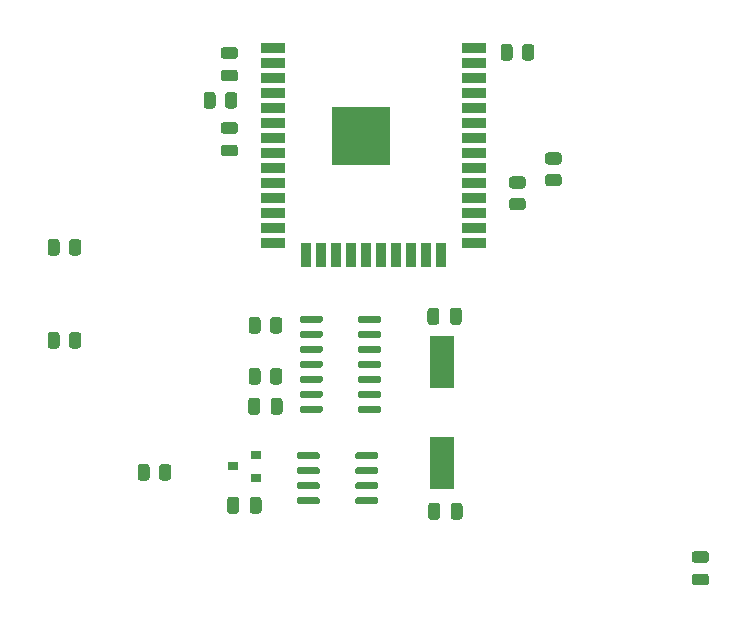
<source format=gbr>
%TF.GenerationSoftware,KiCad,Pcbnew,5.1.9+dfsg1-1*%
%TF.CreationDate,2021-05-25T15:32:43+02:00*%
%TF.ProjectId,vscp-din-wireless-esp32-can,76736370-2d64-4696-9e2d-776972656c65,rev?*%
%TF.SameCoordinates,Original*%
%TF.FileFunction,Paste,Top*%
%TF.FilePolarity,Positive*%
%FSLAX46Y46*%
G04 Gerber Fmt 4.6, Leading zero omitted, Abs format (unit mm)*
G04 Created by KiCad (PCBNEW 5.1.9+dfsg1-1) date 2021-05-25 15:32:43*
%MOMM*%
%LPD*%
G01*
G04 APERTURE LIST*
%ADD10R,2.000000X4.500000*%
%ADD11R,0.900000X0.800000*%
%ADD12R,2.000000X0.900000*%
%ADD13R,0.900000X2.000000*%
%ADD14R,5.000000X5.000000*%
G04 APERTURE END LIST*
D10*
%TO.C,Y1*%
X154178000Y-76014000D03*
X154178000Y-84514000D03*
%TD*%
%TO.C,U3*%
G36*
G01*
X146788000Y-84097000D02*
X146788000Y-83797000D01*
G75*
G02*
X146938000Y-83647000I150000J0D01*
G01*
X148588000Y-83647000D01*
G75*
G02*
X148738000Y-83797000I0J-150000D01*
G01*
X148738000Y-84097000D01*
G75*
G02*
X148588000Y-84247000I-150000J0D01*
G01*
X146938000Y-84247000D01*
G75*
G02*
X146788000Y-84097000I0J150000D01*
G01*
G37*
G36*
G01*
X146788000Y-85367000D02*
X146788000Y-85067000D01*
G75*
G02*
X146938000Y-84917000I150000J0D01*
G01*
X148588000Y-84917000D01*
G75*
G02*
X148738000Y-85067000I0J-150000D01*
G01*
X148738000Y-85367000D01*
G75*
G02*
X148588000Y-85517000I-150000J0D01*
G01*
X146938000Y-85517000D01*
G75*
G02*
X146788000Y-85367000I0J150000D01*
G01*
G37*
G36*
G01*
X146788000Y-86637000D02*
X146788000Y-86337000D01*
G75*
G02*
X146938000Y-86187000I150000J0D01*
G01*
X148588000Y-86187000D01*
G75*
G02*
X148738000Y-86337000I0J-150000D01*
G01*
X148738000Y-86637000D01*
G75*
G02*
X148588000Y-86787000I-150000J0D01*
G01*
X146938000Y-86787000D01*
G75*
G02*
X146788000Y-86637000I0J150000D01*
G01*
G37*
G36*
G01*
X146788000Y-87907000D02*
X146788000Y-87607000D01*
G75*
G02*
X146938000Y-87457000I150000J0D01*
G01*
X148588000Y-87457000D01*
G75*
G02*
X148738000Y-87607000I0J-150000D01*
G01*
X148738000Y-87907000D01*
G75*
G02*
X148588000Y-88057000I-150000J0D01*
G01*
X146938000Y-88057000D01*
G75*
G02*
X146788000Y-87907000I0J150000D01*
G01*
G37*
G36*
G01*
X141838000Y-87907000D02*
X141838000Y-87607000D01*
G75*
G02*
X141988000Y-87457000I150000J0D01*
G01*
X143638000Y-87457000D01*
G75*
G02*
X143788000Y-87607000I0J-150000D01*
G01*
X143788000Y-87907000D01*
G75*
G02*
X143638000Y-88057000I-150000J0D01*
G01*
X141988000Y-88057000D01*
G75*
G02*
X141838000Y-87907000I0J150000D01*
G01*
G37*
G36*
G01*
X141838000Y-86637000D02*
X141838000Y-86337000D01*
G75*
G02*
X141988000Y-86187000I150000J0D01*
G01*
X143638000Y-86187000D01*
G75*
G02*
X143788000Y-86337000I0J-150000D01*
G01*
X143788000Y-86637000D01*
G75*
G02*
X143638000Y-86787000I-150000J0D01*
G01*
X141988000Y-86787000D01*
G75*
G02*
X141838000Y-86637000I0J150000D01*
G01*
G37*
G36*
G01*
X141838000Y-85367000D02*
X141838000Y-85067000D01*
G75*
G02*
X141988000Y-84917000I150000J0D01*
G01*
X143638000Y-84917000D01*
G75*
G02*
X143788000Y-85067000I0J-150000D01*
G01*
X143788000Y-85367000D01*
G75*
G02*
X143638000Y-85517000I-150000J0D01*
G01*
X141988000Y-85517000D01*
G75*
G02*
X141838000Y-85367000I0J150000D01*
G01*
G37*
G36*
G01*
X141838000Y-84097000D02*
X141838000Y-83797000D01*
G75*
G02*
X141988000Y-83647000I150000J0D01*
G01*
X143638000Y-83647000D01*
G75*
G02*
X143788000Y-83797000I0J-150000D01*
G01*
X143788000Y-84097000D01*
G75*
G02*
X143638000Y-84247000I-150000J0D01*
G01*
X141988000Y-84247000D01*
G75*
G02*
X141838000Y-84097000I0J150000D01*
G01*
G37*
%TD*%
%TO.C,U2*%
G36*
G01*
X144042000Y-79860000D02*
X144042000Y-80160000D01*
G75*
G02*
X143892000Y-80310000I-150000J0D01*
G01*
X142242000Y-80310000D01*
G75*
G02*
X142092000Y-80160000I0J150000D01*
G01*
X142092000Y-79860000D01*
G75*
G02*
X142242000Y-79710000I150000J0D01*
G01*
X143892000Y-79710000D01*
G75*
G02*
X144042000Y-79860000I0J-150000D01*
G01*
G37*
G36*
G01*
X144042000Y-78590000D02*
X144042000Y-78890000D01*
G75*
G02*
X143892000Y-79040000I-150000J0D01*
G01*
X142242000Y-79040000D01*
G75*
G02*
X142092000Y-78890000I0J150000D01*
G01*
X142092000Y-78590000D01*
G75*
G02*
X142242000Y-78440000I150000J0D01*
G01*
X143892000Y-78440000D01*
G75*
G02*
X144042000Y-78590000I0J-150000D01*
G01*
G37*
G36*
G01*
X144042000Y-77320000D02*
X144042000Y-77620000D01*
G75*
G02*
X143892000Y-77770000I-150000J0D01*
G01*
X142242000Y-77770000D01*
G75*
G02*
X142092000Y-77620000I0J150000D01*
G01*
X142092000Y-77320000D01*
G75*
G02*
X142242000Y-77170000I150000J0D01*
G01*
X143892000Y-77170000D01*
G75*
G02*
X144042000Y-77320000I0J-150000D01*
G01*
G37*
G36*
G01*
X144042000Y-76050000D02*
X144042000Y-76350000D01*
G75*
G02*
X143892000Y-76500000I-150000J0D01*
G01*
X142242000Y-76500000D01*
G75*
G02*
X142092000Y-76350000I0J150000D01*
G01*
X142092000Y-76050000D01*
G75*
G02*
X142242000Y-75900000I150000J0D01*
G01*
X143892000Y-75900000D01*
G75*
G02*
X144042000Y-76050000I0J-150000D01*
G01*
G37*
G36*
G01*
X144042000Y-74780000D02*
X144042000Y-75080000D01*
G75*
G02*
X143892000Y-75230000I-150000J0D01*
G01*
X142242000Y-75230000D01*
G75*
G02*
X142092000Y-75080000I0J150000D01*
G01*
X142092000Y-74780000D01*
G75*
G02*
X142242000Y-74630000I150000J0D01*
G01*
X143892000Y-74630000D01*
G75*
G02*
X144042000Y-74780000I0J-150000D01*
G01*
G37*
G36*
G01*
X144042000Y-73510000D02*
X144042000Y-73810000D01*
G75*
G02*
X143892000Y-73960000I-150000J0D01*
G01*
X142242000Y-73960000D01*
G75*
G02*
X142092000Y-73810000I0J150000D01*
G01*
X142092000Y-73510000D01*
G75*
G02*
X142242000Y-73360000I150000J0D01*
G01*
X143892000Y-73360000D01*
G75*
G02*
X144042000Y-73510000I0J-150000D01*
G01*
G37*
G36*
G01*
X144042000Y-72240000D02*
X144042000Y-72540000D01*
G75*
G02*
X143892000Y-72690000I-150000J0D01*
G01*
X142242000Y-72690000D01*
G75*
G02*
X142092000Y-72540000I0J150000D01*
G01*
X142092000Y-72240000D01*
G75*
G02*
X142242000Y-72090000I150000J0D01*
G01*
X143892000Y-72090000D01*
G75*
G02*
X144042000Y-72240000I0J-150000D01*
G01*
G37*
G36*
G01*
X148992000Y-72240000D02*
X148992000Y-72540000D01*
G75*
G02*
X148842000Y-72690000I-150000J0D01*
G01*
X147192000Y-72690000D01*
G75*
G02*
X147042000Y-72540000I0J150000D01*
G01*
X147042000Y-72240000D01*
G75*
G02*
X147192000Y-72090000I150000J0D01*
G01*
X148842000Y-72090000D01*
G75*
G02*
X148992000Y-72240000I0J-150000D01*
G01*
G37*
G36*
G01*
X148992000Y-73510000D02*
X148992000Y-73810000D01*
G75*
G02*
X148842000Y-73960000I-150000J0D01*
G01*
X147192000Y-73960000D01*
G75*
G02*
X147042000Y-73810000I0J150000D01*
G01*
X147042000Y-73510000D01*
G75*
G02*
X147192000Y-73360000I150000J0D01*
G01*
X148842000Y-73360000D01*
G75*
G02*
X148992000Y-73510000I0J-150000D01*
G01*
G37*
G36*
G01*
X148992000Y-74780000D02*
X148992000Y-75080000D01*
G75*
G02*
X148842000Y-75230000I-150000J0D01*
G01*
X147192000Y-75230000D01*
G75*
G02*
X147042000Y-75080000I0J150000D01*
G01*
X147042000Y-74780000D01*
G75*
G02*
X147192000Y-74630000I150000J0D01*
G01*
X148842000Y-74630000D01*
G75*
G02*
X148992000Y-74780000I0J-150000D01*
G01*
G37*
G36*
G01*
X148992000Y-76050000D02*
X148992000Y-76350000D01*
G75*
G02*
X148842000Y-76500000I-150000J0D01*
G01*
X147192000Y-76500000D01*
G75*
G02*
X147042000Y-76350000I0J150000D01*
G01*
X147042000Y-76050000D01*
G75*
G02*
X147192000Y-75900000I150000J0D01*
G01*
X148842000Y-75900000D01*
G75*
G02*
X148992000Y-76050000I0J-150000D01*
G01*
G37*
G36*
G01*
X148992000Y-77320000D02*
X148992000Y-77620000D01*
G75*
G02*
X148842000Y-77770000I-150000J0D01*
G01*
X147192000Y-77770000D01*
G75*
G02*
X147042000Y-77620000I0J150000D01*
G01*
X147042000Y-77320000D01*
G75*
G02*
X147192000Y-77170000I150000J0D01*
G01*
X148842000Y-77170000D01*
G75*
G02*
X148992000Y-77320000I0J-150000D01*
G01*
G37*
G36*
G01*
X148992000Y-78590000D02*
X148992000Y-78890000D01*
G75*
G02*
X148842000Y-79040000I-150000J0D01*
G01*
X147192000Y-79040000D01*
G75*
G02*
X147042000Y-78890000I0J150000D01*
G01*
X147042000Y-78590000D01*
G75*
G02*
X147192000Y-78440000I150000J0D01*
G01*
X148842000Y-78440000D01*
G75*
G02*
X148992000Y-78590000I0J-150000D01*
G01*
G37*
G36*
G01*
X148992000Y-79860000D02*
X148992000Y-80160000D01*
G75*
G02*
X148842000Y-80310000I-150000J0D01*
G01*
X147192000Y-80310000D01*
G75*
G02*
X147042000Y-80160000I0J150000D01*
G01*
X147042000Y-79860000D01*
G75*
G02*
X147192000Y-79710000I150000J0D01*
G01*
X148842000Y-79710000D01*
G75*
G02*
X148992000Y-79860000I0J-150000D01*
G01*
G37*
%TD*%
%TO.C,R9*%
G36*
G01*
X130194000Y-85794001D02*
X130194000Y-84893999D01*
G75*
G02*
X130443999Y-84644000I249999J0D01*
G01*
X130969001Y-84644000D01*
G75*
G02*
X131219000Y-84893999I0J-249999D01*
G01*
X131219000Y-85794001D01*
G75*
G02*
X130969001Y-86044000I-249999J0D01*
G01*
X130443999Y-86044000D01*
G75*
G02*
X130194000Y-85794001I0J249999D01*
G01*
G37*
G36*
G01*
X128369000Y-85794001D02*
X128369000Y-84893999D01*
G75*
G02*
X128618999Y-84644000I249999J0D01*
G01*
X129144001Y-84644000D01*
G75*
G02*
X129394000Y-84893999I0J-249999D01*
G01*
X129394000Y-85794001D01*
G75*
G02*
X129144001Y-86044000I-249999J0D01*
G01*
X128618999Y-86044000D01*
G75*
G02*
X128369000Y-85794001I0J249999D01*
G01*
G37*
%TD*%
%TO.C,R7*%
G36*
G01*
X138792000Y-72447999D02*
X138792000Y-73348001D01*
G75*
G02*
X138542001Y-73598000I-249999J0D01*
G01*
X138016999Y-73598000D01*
G75*
G02*
X137767000Y-73348001I0J249999D01*
G01*
X137767000Y-72447999D01*
G75*
G02*
X138016999Y-72198000I249999J0D01*
G01*
X138542001Y-72198000D01*
G75*
G02*
X138792000Y-72447999I0J-249999D01*
G01*
G37*
G36*
G01*
X140617000Y-72447999D02*
X140617000Y-73348001D01*
G75*
G02*
X140367001Y-73598000I-249999J0D01*
G01*
X139841999Y-73598000D01*
G75*
G02*
X139592000Y-73348001I0J249999D01*
G01*
X139592000Y-72447999D01*
G75*
G02*
X139841999Y-72198000I249999J0D01*
G01*
X140367001Y-72198000D01*
G75*
G02*
X140617000Y-72447999I0J-249999D01*
G01*
G37*
%TD*%
%TO.C,R4*%
G36*
G01*
X139592000Y-77666001D02*
X139592000Y-76765999D01*
G75*
G02*
X139841999Y-76516000I249999J0D01*
G01*
X140367001Y-76516000D01*
G75*
G02*
X140617000Y-76765999I0J-249999D01*
G01*
X140617000Y-77666001D01*
G75*
G02*
X140367001Y-77916000I-249999J0D01*
G01*
X139841999Y-77916000D01*
G75*
G02*
X139592000Y-77666001I0J249999D01*
G01*
G37*
G36*
G01*
X137767000Y-77666001D02*
X137767000Y-76765999D01*
G75*
G02*
X138016999Y-76516000I249999J0D01*
G01*
X138542001Y-76516000D01*
G75*
G02*
X138792000Y-76765999I0J-249999D01*
G01*
X138792000Y-77666001D01*
G75*
G02*
X138542001Y-77916000I-249999J0D01*
G01*
X138016999Y-77916000D01*
G75*
G02*
X137767000Y-77666001I0J249999D01*
G01*
G37*
%TD*%
D11*
%TO.C,D2*%
X136414000Y-84836000D03*
X138414000Y-83886000D03*
X138414000Y-85786000D03*
%TD*%
%TO.C,C7*%
G36*
G01*
X154882000Y-89121000D02*
X154882000Y-88171000D01*
G75*
G02*
X155132000Y-87921000I250000J0D01*
G01*
X155632000Y-87921000D01*
G75*
G02*
X155882000Y-88171000I0J-250000D01*
G01*
X155882000Y-89121000D01*
G75*
G02*
X155632000Y-89371000I-250000J0D01*
G01*
X155132000Y-89371000D01*
G75*
G02*
X154882000Y-89121000I0J250000D01*
G01*
G37*
G36*
G01*
X152982000Y-89121000D02*
X152982000Y-88171000D01*
G75*
G02*
X153232000Y-87921000I250000J0D01*
G01*
X153732000Y-87921000D01*
G75*
G02*
X153982000Y-88171000I0J-250000D01*
G01*
X153982000Y-89121000D01*
G75*
G02*
X153732000Y-89371000I-250000J0D01*
G01*
X153232000Y-89371000D01*
G75*
G02*
X152982000Y-89121000I0J250000D01*
G01*
G37*
%TD*%
%TO.C,C6*%
G36*
G01*
X154816000Y-72611000D02*
X154816000Y-71661000D01*
G75*
G02*
X155066000Y-71411000I250000J0D01*
G01*
X155566000Y-71411000D01*
G75*
G02*
X155816000Y-71661000I0J-250000D01*
G01*
X155816000Y-72611000D01*
G75*
G02*
X155566000Y-72861000I-250000J0D01*
G01*
X155066000Y-72861000D01*
G75*
G02*
X154816000Y-72611000I0J250000D01*
G01*
G37*
G36*
G01*
X152916000Y-72611000D02*
X152916000Y-71661000D01*
G75*
G02*
X153166000Y-71411000I250000J0D01*
G01*
X153666000Y-71411000D01*
G75*
G02*
X153916000Y-71661000I0J-250000D01*
G01*
X153916000Y-72611000D01*
G75*
G02*
X153666000Y-72861000I-250000J0D01*
G01*
X153166000Y-72861000D01*
G75*
G02*
X152916000Y-72611000I0J250000D01*
G01*
G37*
%TD*%
%TO.C,C5*%
G36*
G01*
X138742000Y-79281000D02*
X138742000Y-80231000D01*
G75*
G02*
X138492000Y-80481000I-250000J0D01*
G01*
X137992000Y-80481000D01*
G75*
G02*
X137742000Y-80231000I0J250000D01*
G01*
X137742000Y-79281000D01*
G75*
G02*
X137992000Y-79031000I250000J0D01*
G01*
X138492000Y-79031000D01*
G75*
G02*
X138742000Y-79281000I0J-250000D01*
G01*
G37*
G36*
G01*
X140642000Y-79281000D02*
X140642000Y-80231000D01*
G75*
G02*
X140392000Y-80481000I-250000J0D01*
G01*
X139892000Y-80481000D01*
G75*
G02*
X139642000Y-80231000I0J250000D01*
G01*
X139642000Y-79281000D01*
G75*
G02*
X139892000Y-79031000I250000J0D01*
G01*
X140392000Y-79031000D01*
G75*
G02*
X140642000Y-79281000I0J-250000D01*
G01*
G37*
%TD*%
%TO.C,C4*%
G36*
G01*
X136964000Y-87663000D02*
X136964000Y-88613000D01*
G75*
G02*
X136714000Y-88863000I-250000J0D01*
G01*
X136214000Y-88863000D01*
G75*
G02*
X135964000Y-88613000I0J250000D01*
G01*
X135964000Y-87663000D01*
G75*
G02*
X136214000Y-87413000I250000J0D01*
G01*
X136714000Y-87413000D01*
G75*
G02*
X136964000Y-87663000I0J-250000D01*
G01*
G37*
G36*
G01*
X138864000Y-87663000D02*
X138864000Y-88613000D01*
G75*
G02*
X138614000Y-88863000I-250000J0D01*
G01*
X138114000Y-88863000D01*
G75*
G02*
X137864000Y-88613000I0J250000D01*
G01*
X137864000Y-87663000D01*
G75*
G02*
X138114000Y-87413000I250000J0D01*
G01*
X138614000Y-87413000D01*
G75*
G02*
X138864000Y-87663000I0J-250000D01*
G01*
G37*
%TD*%
%TO.C,R6*%
G36*
G01*
X164026001Y-59290000D02*
X163125999Y-59290000D01*
G75*
G02*
X162876000Y-59040001I0J249999D01*
G01*
X162876000Y-58514999D01*
G75*
G02*
X163125999Y-58265000I249999J0D01*
G01*
X164026001Y-58265000D01*
G75*
G02*
X164276000Y-58514999I0J-249999D01*
G01*
X164276000Y-59040001D01*
G75*
G02*
X164026001Y-59290000I-249999J0D01*
G01*
G37*
G36*
G01*
X164026001Y-61115000D02*
X163125999Y-61115000D01*
G75*
G02*
X162876000Y-60865001I0J249999D01*
G01*
X162876000Y-60339999D01*
G75*
G02*
X163125999Y-60090000I249999J0D01*
G01*
X164026001Y-60090000D01*
G75*
G02*
X164276000Y-60339999I0J-249999D01*
G01*
X164276000Y-60865001D01*
G75*
G02*
X164026001Y-61115000I-249999J0D01*
G01*
G37*
%TD*%
D12*
%TO.C,U1*%
X156820000Y-49396000D03*
X156820000Y-50666000D03*
X156820000Y-51936000D03*
X156820000Y-53206000D03*
X156820000Y-54476000D03*
X156820000Y-55746000D03*
X156820000Y-57016000D03*
X156820000Y-58286000D03*
X156820000Y-59556000D03*
X156820000Y-60826000D03*
X156820000Y-62096000D03*
X156820000Y-63366000D03*
X156820000Y-64636000D03*
X156820000Y-65906000D03*
D13*
X154035000Y-66906000D03*
X152765000Y-66906000D03*
X151495000Y-66906000D03*
X150225000Y-66906000D03*
X148955000Y-66906000D03*
X147685000Y-66906000D03*
X146415000Y-66906000D03*
X145145000Y-66906000D03*
X143875000Y-66906000D03*
X142605000Y-66906000D03*
D12*
X139820000Y-65906000D03*
X139820000Y-64636000D03*
X139820000Y-63366000D03*
X139820000Y-62096000D03*
X139820000Y-60826000D03*
X139820000Y-59556000D03*
X139820000Y-58286000D03*
X139820000Y-57016000D03*
X139820000Y-55746000D03*
X139820000Y-54476000D03*
X139820000Y-53206000D03*
X139820000Y-51936000D03*
X139820000Y-50666000D03*
X139820000Y-49396000D03*
D14*
X147320000Y-56896000D03*
%TD*%
%TO.C,R8*%
G36*
G01*
X160928000Y-50234001D02*
X160928000Y-49333999D01*
G75*
G02*
X161177999Y-49084000I249999J0D01*
G01*
X161703001Y-49084000D01*
G75*
G02*
X161953000Y-49333999I0J-249999D01*
G01*
X161953000Y-50234001D01*
G75*
G02*
X161703001Y-50484000I-249999J0D01*
G01*
X161177999Y-50484000D01*
G75*
G02*
X160928000Y-50234001I0J249999D01*
G01*
G37*
G36*
G01*
X159103000Y-50234001D02*
X159103000Y-49333999D01*
G75*
G02*
X159352999Y-49084000I249999J0D01*
G01*
X159878001Y-49084000D01*
G75*
G02*
X160128000Y-49333999I0J-249999D01*
G01*
X160128000Y-50234001D01*
G75*
G02*
X159878001Y-50484000I-249999J0D01*
G01*
X159352999Y-50484000D01*
G75*
G02*
X159103000Y-50234001I0J249999D01*
G01*
G37*
%TD*%
%TO.C,R2*%
G36*
G01*
X135782000Y-54298001D02*
X135782000Y-53397999D01*
G75*
G02*
X136031999Y-53148000I249999J0D01*
G01*
X136557001Y-53148000D01*
G75*
G02*
X136807000Y-53397999I0J-249999D01*
G01*
X136807000Y-54298001D01*
G75*
G02*
X136557001Y-54548000I-249999J0D01*
G01*
X136031999Y-54548000D01*
G75*
G02*
X135782000Y-54298001I0J249999D01*
G01*
G37*
G36*
G01*
X133957000Y-54298001D02*
X133957000Y-53397999D01*
G75*
G02*
X134206999Y-53148000I249999J0D01*
G01*
X134732001Y-53148000D01*
G75*
G02*
X134982000Y-53397999I0J-249999D01*
G01*
X134982000Y-54298001D01*
G75*
G02*
X134732001Y-54548000I-249999J0D01*
G01*
X134206999Y-54548000D01*
G75*
G02*
X133957000Y-54298001I0J249999D01*
G01*
G37*
%TD*%
%TO.C,R5*%
G36*
G01*
X121774000Y-65843999D02*
X121774000Y-66744001D01*
G75*
G02*
X121524001Y-66994000I-249999J0D01*
G01*
X120998999Y-66994000D01*
G75*
G02*
X120749000Y-66744001I0J249999D01*
G01*
X120749000Y-65843999D01*
G75*
G02*
X120998999Y-65594000I249999J0D01*
G01*
X121524001Y-65594000D01*
G75*
G02*
X121774000Y-65843999I0J-249999D01*
G01*
G37*
G36*
G01*
X123599000Y-65843999D02*
X123599000Y-66744001D01*
G75*
G02*
X123349001Y-66994000I-249999J0D01*
G01*
X122823999Y-66994000D01*
G75*
G02*
X122574000Y-66744001I0J249999D01*
G01*
X122574000Y-65843999D01*
G75*
G02*
X122823999Y-65594000I249999J0D01*
G01*
X123349001Y-65594000D01*
G75*
G02*
X123599000Y-65843999I0J-249999D01*
G01*
G37*
%TD*%
%TO.C,R3*%
G36*
G01*
X122574000Y-74618001D02*
X122574000Y-73717999D01*
G75*
G02*
X122823999Y-73468000I249999J0D01*
G01*
X123349001Y-73468000D01*
G75*
G02*
X123599000Y-73717999I0J-249999D01*
G01*
X123599000Y-74618001D01*
G75*
G02*
X123349001Y-74868000I-249999J0D01*
G01*
X122823999Y-74868000D01*
G75*
G02*
X122574000Y-74618001I0J249999D01*
G01*
G37*
G36*
G01*
X120749000Y-74618001D02*
X120749000Y-73717999D01*
G75*
G02*
X120998999Y-73468000I249999J0D01*
G01*
X121524001Y-73468000D01*
G75*
G02*
X121774000Y-73717999I0J-249999D01*
G01*
X121774000Y-74618001D01*
G75*
G02*
X121524001Y-74868000I-249999J0D01*
G01*
X120998999Y-74868000D01*
G75*
G02*
X120749000Y-74618001I0J249999D01*
G01*
G37*
%TD*%
%TO.C,R1*%
G36*
G01*
X160978001Y-61322000D02*
X160077999Y-61322000D01*
G75*
G02*
X159828000Y-61072001I0J249999D01*
G01*
X159828000Y-60546999D01*
G75*
G02*
X160077999Y-60297000I249999J0D01*
G01*
X160978001Y-60297000D01*
G75*
G02*
X161228000Y-60546999I0J-249999D01*
G01*
X161228000Y-61072001D01*
G75*
G02*
X160978001Y-61322000I-249999J0D01*
G01*
G37*
G36*
G01*
X160978001Y-63147000D02*
X160077999Y-63147000D01*
G75*
G02*
X159828000Y-62897001I0J249999D01*
G01*
X159828000Y-62371999D01*
G75*
G02*
X160077999Y-62122000I249999J0D01*
G01*
X160978001Y-62122000D01*
G75*
G02*
X161228000Y-62371999I0J-249999D01*
G01*
X161228000Y-62897001D01*
G75*
G02*
X160978001Y-63147000I-249999J0D01*
G01*
G37*
%TD*%
%TO.C,C8*%
G36*
G01*
X176497000Y-93022000D02*
X175547000Y-93022000D01*
G75*
G02*
X175297000Y-92772000I0J250000D01*
G01*
X175297000Y-92272000D01*
G75*
G02*
X175547000Y-92022000I250000J0D01*
G01*
X176497000Y-92022000D01*
G75*
G02*
X176747000Y-92272000I0J-250000D01*
G01*
X176747000Y-92772000D01*
G75*
G02*
X176497000Y-93022000I-250000J0D01*
G01*
G37*
G36*
G01*
X176497000Y-94922000D02*
X175547000Y-94922000D01*
G75*
G02*
X175297000Y-94672000I0J250000D01*
G01*
X175297000Y-94172000D01*
G75*
G02*
X175547000Y-93922000I250000J0D01*
G01*
X176497000Y-93922000D01*
G75*
G02*
X176747000Y-94172000I0J-250000D01*
G01*
X176747000Y-94672000D01*
G75*
G02*
X176497000Y-94922000I-250000J0D01*
G01*
G37*
%TD*%
%TO.C,C1*%
G36*
G01*
X136619000Y-50350000D02*
X135669000Y-50350000D01*
G75*
G02*
X135419000Y-50100000I0J250000D01*
G01*
X135419000Y-49600000D01*
G75*
G02*
X135669000Y-49350000I250000J0D01*
G01*
X136619000Y-49350000D01*
G75*
G02*
X136869000Y-49600000I0J-250000D01*
G01*
X136869000Y-50100000D01*
G75*
G02*
X136619000Y-50350000I-250000J0D01*
G01*
G37*
G36*
G01*
X136619000Y-52250000D02*
X135669000Y-52250000D01*
G75*
G02*
X135419000Y-52000000I0J250000D01*
G01*
X135419000Y-51500000D01*
G75*
G02*
X135669000Y-51250000I250000J0D01*
G01*
X136619000Y-51250000D01*
G75*
G02*
X136869000Y-51500000I0J-250000D01*
G01*
X136869000Y-52000000D01*
G75*
G02*
X136619000Y-52250000I-250000J0D01*
G01*
G37*
%TD*%
%TO.C,C3*%
G36*
G01*
X135669000Y-57600000D02*
X136619000Y-57600000D01*
G75*
G02*
X136869000Y-57850000I0J-250000D01*
G01*
X136869000Y-58350000D01*
G75*
G02*
X136619000Y-58600000I-250000J0D01*
G01*
X135669000Y-58600000D01*
G75*
G02*
X135419000Y-58350000I0J250000D01*
G01*
X135419000Y-57850000D01*
G75*
G02*
X135669000Y-57600000I250000J0D01*
G01*
G37*
G36*
G01*
X135669000Y-55700000D02*
X136619000Y-55700000D01*
G75*
G02*
X136869000Y-55950000I0J-250000D01*
G01*
X136869000Y-56450000D01*
G75*
G02*
X136619000Y-56700000I-250000J0D01*
G01*
X135669000Y-56700000D01*
G75*
G02*
X135419000Y-56450000I0J250000D01*
G01*
X135419000Y-55950000D01*
G75*
G02*
X135669000Y-55700000I250000J0D01*
G01*
G37*
%TD*%
M02*

</source>
